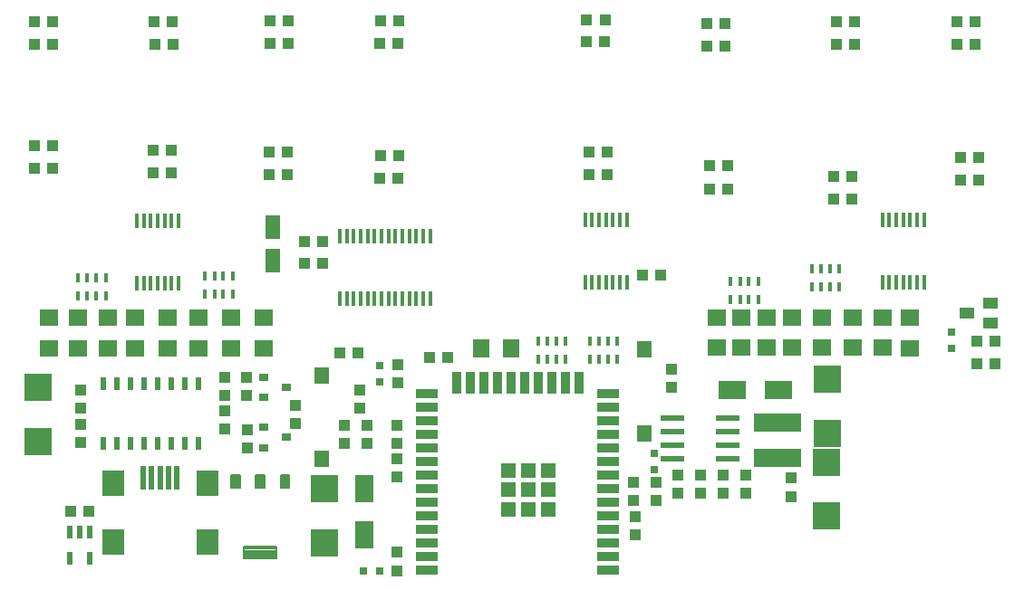
<source format=gbr>
G04 EAGLE Gerber RS-274X export*
G75*
%MOMM*%
%FSLAX34Y34*%
%LPD*%
%INSolderpaste Top*%
%IPPOS*%
%AMOC8*
5,1,8,0,0,1.08239X$1,22.5*%
G01*
%ADD10R,1.000000X1.100000*%
%ADD11R,0.450000X0.900000*%
%ADD12R,1.600000X1.803000*%
%ADD13R,2.000000X0.900000*%
%ADD14R,0.900000X2.000000*%
%ADD15R,1.330000X1.330000*%
%ADD16R,1.100000X1.000000*%
%ADD17R,0.600000X1.200000*%
%ADD18R,0.900000X0.800000*%
%ADD19R,2.000000X2.400000*%
%ADD20R,0.500000X2.308000*%
%ADD21C,0.139500*%
%ADD22C,0.196500*%
%ADD23R,2.500000X2.550000*%
%ADD24R,1.400000X1.500000*%
%ADD25R,4.500000X1.750000*%
%ADD26R,2.650000X1.750000*%
%ADD27R,1.803000X1.600000*%
%ADD28R,0.800000X0.800000*%
%ADD29R,2.200000X0.600000*%
%ADD30R,1.750000X2.650000*%
%ADD31R,0.355600X1.473200*%
%ADD32R,1.400000X1.000000*%
%ADD33R,1.400000X2.200000*%
%ADD34R,0.508000X1.219200*%


D10*
X87700Y508200D03*
X104700Y508200D03*
X87700Y392100D03*
X104700Y392100D03*
X199700Y508200D03*
X216700Y508200D03*
X198700Y388100D03*
X215700Y388100D03*
X307400Y509200D03*
X324400Y509200D03*
X306400Y386100D03*
X323400Y386100D03*
X410400Y509200D03*
X427400Y509200D03*
X410400Y383100D03*
X427400Y383100D03*
X603400Y510500D03*
X620400Y510500D03*
X605400Y386400D03*
X622400Y386400D03*
X715400Y506500D03*
X732400Y506500D03*
X718400Y372400D03*
X735400Y372400D03*
X836400Y508500D03*
X853400Y508500D03*
X834400Y363400D03*
X851400Y363400D03*
X949400Y508500D03*
X966400Y508500D03*
X952400Y381400D03*
X969400Y381400D03*
D11*
X584000Y230500D03*
X575000Y230500D03*
X567000Y230500D03*
X558000Y230500D03*
X558000Y213500D03*
X567000Y213500D03*
X575000Y213500D03*
X584000Y213500D03*
X606200Y213500D03*
X615200Y213500D03*
X623200Y213500D03*
X632200Y213500D03*
X632200Y230500D03*
X623200Y230500D03*
X615200Y230500D03*
X606200Y230500D03*
D12*
X533020Y223600D03*
X504580Y223600D03*
D13*
X623800Y16300D03*
X623800Y29000D03*
X623800Y41700D03*
X623800Y54400D03*
X623800Y67100D03*
X623800Y79800D03*
X623800Y92500D03*
X623800Y105200D03*
X623800Y117900D03*
X623800Y130600D03*
X623800Y143300D03*
X623800Y156000D03*
X623800Y168700D03*
X623800Y181400D03*
D14*
X595950Y191400D03*
X583250Y191400D03*
X570550Y191400D03*
X557850Y191400D03*
X545150Y191400D03*
X532450Y191400D03*
X519750Y191400D03*
X507050Y191400D03*
X494350Y191400D03*
X481650Y191400D03*
D13*
X453800Y181400D03*
X453800Y168700D03*
X453800Y156000D03*
X453800Y143300D03*
X453800Y130600D03*
X453800Y117900D03*
X453800Y105200D03*
X453800Y92500D03*
X453800Y79800D03*
X453800Y67100D03*
X453800Y54400D03*
X453800Y41700D03*
X453800Y29000D03*
X453800Y16300D03*
D15*
X567150Y72950D03*
X548800Y72950D03*
X530450Y72950D03*
X567150Y91300D03*
X548800Y91300D03*
X530450Y91300D03*
X567150Y109650D03*
X548800Y109650D03*
X530450Y109650D03*
D16*
X391370Y167460D03*
X391370Y184460D03*
D10*
X398000Y151800D03*
X398000Y134800D03*
D17*
X240650Y190800D03*
X227950Y190800D03*
X215250Y190800D03*
X202550Y190800D03*
X189850Y190800D03*
X177150Y190800D03*
X164450Y190800D03*
X151750Y190800D03*
X151750Y134800D03*
X164450Y134800D03*
X177150Y134800D03*
X189850Y134800D03*
X202550Y134800D03*
X215250Y134800D03*
X227950Y134800D03*
X240650Y134800D03*
D18*
X301700Y149800D03*
X301700Y130800D03*
X322700Y140300D03*
X301900Y196800D03*
X301900Y177800D03*
X322900Y187300D03*
D16*
X286400Y147800D03*
X286400Y130800D03*
X285700Y179200D03*
X285700Y196200D03*
D19*
X160800Y97100D03*
D20*
X188800Y102740D03*
X196800Y102740D03*
X204800Y102740D03*
X212800Y102740D03*
X220800Y102740D03*
D19*
X160800Y42100D03*
X248800Y97100D03*
X248800Y42100D03*
D21*
X317347Y105103D02*
X325253Y105103D01*
X325253Y93397D01*
X317347Y93397D01*
X317347Y105103D01*
X317347Y94722D02*
X325253Y94722D01*
X325253Y96047D02*
X317347Y96047D01*
X317347Y97372D02*
X325253Y97372D01*
X325253Y98697D02*
X317347Y98697D01*
X317347Y100022D02*
X325253Y100022D01*
X325253Y101347D02*
X317347Y101347D01*
X317347Y102672D02*
X325253Y102672D01*
X325253Y103997D02*
X317347Y103997D01*
X302353Y105103D02*
X294447Y105103D01*
X302353Y105103D02*
X302353Y93397D01*
X294447Y93397D01*
X294447Y105103D01*
X294447Y94722D02*
X302353Y94722D01*
X302353Y96047D02*
X294447Y96047D01*
X294447Y97372D02*
X302353Y97372D01*
X302353Y98697D02*
X294447Y98697D01*
X294447Y100022D02*
X302353Y100022D01*
X302353Y101347D02*
X294447Y101347D01*
X294447Y102672D02*
X302353Y102672D01*
X302353Y103997D02*
X294447Y103997D01*
X279453Y105103D02*
X271547Y105103D01*
X279453Y105103D02*
X279453Y93397D01*
X271547Y93397D01*
X271547Y105103D01*
X271547Y94722D02*
X279453Y94722D01*
X279453Y96047D02*
X271547Y96047D01*
X271547Y97372D02*
X279453Y97372D01*
X279453Y98697D02*
X271547Y98697D01*
X271547Y100022D02*
X279453Y100022D01*
X279453Y101347D02*
X271547Y101347D01*
X271547Y102672D02*
X279453Y102672D01*
X279453Y103997D02*
X271547Y103997D01*
D22*
X283182Y37918D02*
X313618Y37918D01*
X313618Y26782D01*
X283182Y26782D01*
X283182Y37918D01*
X283182Y28649D02*
X313618Y28649D01*
X313618Y30516D02*
X283182Y30516D01*
X283182Y32383D02*
X313618Y32383D01*
X313618Y34250D02*
X283182Y34250D01*
X283182Y36117D02*
X313618Y36117D01*
D23*
X90600Y136550D03*
X90600Y187050D03*
X358400Y41550D03*
X358400Y92050D03*
D24*
X355800Y120200D03*
X355800Y198200D03*
D25*
X781400Y154050D03*
X781400Y121550D03*
D26*
X782300Y184600D03*
X739300Y184600D03*
D23*
X827800Y66550D03*
X827800Y117050D03*
X827910Y194580D03*
X827910Y144080D03*
D11*
X128000Y272500D03*
X137000Y272500D03*
X145000Y272500D03*
X154000Y272500D03*
X154000Y289500D03*
X145000Y289500D03*
X137000Y289500D03*
X128000Y289500D03*
X247000Y274500D03*
X256000Y274500D03*
X264000Y274500D03*
X273000Y274500D03*
X273000Y291500D03*
X264000Y291500D03*
X256000Y291500D03*
X247000Y291500D03*
X738000Y269500D03*
X747000Y269500D03*
X755000Y269500D03*
X764000Y269500D03*
X764000Y286500D03*
X755000Y286500D03*
X747000Y286500D03*
X738000Y286500D03*
X813600Y281200D03*
X822600Y281200D03*
X830600Y281200D03*
X839600Y281200D03*
X839600Y298200D03*
X830600Y298200D03*
X822600Y298200D03*
X813600Y298200D03*
D27*
X101000Y252220D03*
X101000Y223780D03*
X128000Y252220D03*
X128000Y223780D03*
X156000Y252220D03*
X156000Y223780D03*
X181400Y252120D03*
X181400Y223680D03*
X212000Y252220D03*
X212000Y223780D03*
X241000Y252220D03*
X241000Y223780D03*
X271000Y252220D03*
X271000Y223780D03*
X302000Y252220D03*
X302000Y223780D03*
X725000Y252620D03*
X725000Y224180D03*
X747900Y252620D03*
X747900Y224180D03*
X771600Y252620D03*
X771600Y224180D03*
X795600Y252620D03*
X795600Y224180D03*
X823600Y252620D03*
X823600Y224180D03*
X851600Y252620D03*
X851600Y224180D03*
X879600Y252620D03*
X879600Y224180D03*
X905000Y252220D03*
X905000Y223780D03*
D10*
X426000Y134500D03*
X426000Y151500D03*
X426000Y120500D03*
X426000Y103500D03*
X648600Y66500D03*
X648600Y49500D03*
X647000Y81500D03*
X647000Y98500D03*
X104500Y529000D03*
X87500Y529000D03*
X104500Y413000D03*
X87500Y413000D03*
X216500Y529000D03*
X199500Y529000D03*
X215500Y409000D03*
X198500Y409000D03*
X324500Y530000D03*
X307500Y530000D03*
X323500Y407000D03*
X306500Y407000D03*
X427500Y530000D03*
X410500Y530000D03*
X427500Y404000D03*
X410500Y404000D03*
X620500Y531300D03*
X603500Y531300D03*
X622500Y407300D03*
X605500Y407300D03*
X732500Y527300D03*
X715500Y527300D03*
X735500Y394300D03*
X718500Y394300D03*
X853500Y529300D03*
X836500Y529300D03*
X851500Y384300D03*
X834500Y384300D03*
X966500Y529300D03*
X949500Y529300D03*
X969500Y402300D03*
X952500Y402300D03*
D16*
X356900Y323300D03*
X339900Y323300D03*
X356900Y302800D03*
X339900Y302800D03*
X331000Y153500D03*
X331000Y170500D03*
D10*
X456500Y215000D03*
X473500Y215000D03*
X682300Y204100D03*
X682300Y187100D03*
D24*
X657700Y144400D03*
X657700Y222400D03*
D16*
X265000Y196500D03*
X265000Y179500D03*
X265000Y165500D03*
X265000Y148500D03*
D10*
X377000Y151500D03*
X377000Y134500D03*
D28*
X410000Y192500D03*
X410000Y207500D03*
X666700Y125200D03*
X666700Y110200D03*
D16*
X668500Y98400D03*
X668500Y81400D03*
X427000Y208500D03*
X427000Y191500D03*
D29*
X735600Y132950D03*
X683600Y132950D03*
X735600Y120250D03*
X735600Y145650D03*
X735600Y158350D03*
X683600Y120250D03*
X683600Y145650D03*
X683600Y158350D03*
D10*
X794470Y102120D03*
X794470Y85120D03*
D16*
X730900Y104800D03*
X730900Y87800D03*
X751900Y87800D03*
X751900Y104800D03*
X709900Y104800D03*
X709900Y87800D03*
D10*
X688900Y87800D03*
X688900Y104800D03*
D30*
X396000Y92500D03*
X396000Y49500D03*
D10*
X131000Y152500D03*
X131000Y135500D03*
X131000Y167500D03*
X131000Y184500D03*
X389500Y219000D03*
X372500Y219000D03*
D31*
X372836Y269990D03*
X379186Y269990D03*
X385790Y269990D03*
X392140Y269990D03*
X398744Y269990D03*
X405348Y269990D03*
X411698Y269990D03*
X418302Y269990D03*
X424652Y269990D03*
X431256Y269990D03*
X437860Y269990D03*
X444210Y269990D03*
X450814Y269990D03*
X457164Y269990D03*
X457164Y328410D03*
X450814Y328410D03*
X444210Y328410D03*
X437860Y328410D03*
X431256Y328410D03*
X424652Y328410D03*
X418302Y328410D03*
X411698Y328410D03*
X405348Y328410D03*
X398744Y328410D03*
X392140Y328410D03*
X385790Y328410D03*
X379186Y328410D03*
X372836Y328410D03*
D10*
X655500Y292300D03*
X672500Y292300D03*
D32*
X959100Y256800D03*
X981100Y266300D03*
X981100Y247300D03*
D10*
X984700Y230400D03*
X967700Y230400D03*
D28*
X395000Y15000D03*
X410000Y15000D03*
D16*
X425900Y15700D03*
X425900Y32700D03*
D33*
X310100Y305400D03*
X310100Y337400D03*
D31*
X183042Y284790D03*
X189646Y284790D03*
X195996Y284790D03*
X202600Y284790D03*
X209204Y284790D03*
X215554Y284790D03*
X222158Y284790D03*
X222158Y343210D03*
X215554Y343210D03*
X209204Y343210D03*
X202600Y343210D03*
X195996Y343210D03*
X189646Y343210D03*
X183042Y343210D03*
X601842Y285790D03*
X608446Y285790D03*
X614796Y285790D03*
X621400Y285790D03*
X628004Y285790D03*
X634354Y285790D03*
X640958Y285790D03*
X640958Y344210D03*
X634354Y344210D03*
X628004Y344210D03*
X621400Y344210D03*
X614796Y344210D03*
X608446Y344210D03*
X601842Y344210D03*
X879542Y285390D03*
X886146Y285390D03*
X892496Y285390D03*
X899100Y285390D03*
X905704Y285390D03*
X912054Y285390D03*
X918658Y285390D03*
X918658Y343810D03*
X912054Y343810D03*
X905704Y343810D03*
X899100Y343810D03*
X892496Y343810D03*
X886146Y343810D03*
X879542Y343810D03*
D34*
X139198Y51892D03*
X129800Y51892D03*
X120402Y51892D03*
X120402Y27508D03*
X139198Y27508D03*
D16*
X138500Y71100D03*
X121500Y71100D03*
D28*
X944300Y224000D03*
X944300Y239000D03*
D10*
X984700Y209400D03*
X967700Y209400D03*
M02*

</source>
